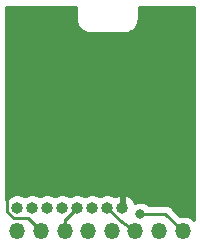
<source format=gbr>
G04 #@! TF.GenerationSoftware,KiCad,Pcbnew,(5.1.5-0-10_14)*
G04 #@! TF.CreationDate,2021-03-23T14:19:29+01:00*
G04 #@! TF.ProjectId,eByteAdapter,65427974-6541-4646-9170-7465722e6b69,rev?*
G04 #@! TF.SameCoordinates,Original*
G04 #@! TF.FileFunction,Copper,L2,Bot*
G04 #@! TF.FilePolarity,Positive*
%FSLAX46Y46*%
G04 Gerber Fmt 4.6, Leading zero omitted, Abs format (unit mm)*
G04 Created by KiCad (PCBNEW (5.1.5-0-10_14)) date 2021-03-23 14:19:29*
%MOMM*%
%LPD*%
G04 APERTURE LIST*
%ADD10O,1.350000X1.350000*%
%ADD11O,1.000000X1.000000*%
%ADD12C,0.800000*%
%ADD13C,0.250000*%
%ADD14C,0.254000*%
G04 APERTURE END LIST*
D10*
X28000000Y-37000000D03*
X30000000Y-37000000D03*
X32000000Y-37000000D03*
X34000000Y-37000000D03*
X36000000Y-37000000D03*
X38000000Y-37000000D03*
X40000000Y-37000000D03*
X42000000Y-37000000D03*
D11*
X28000000Y-35000000D03*
X29270000Y-35000000D03*
X30540000Y-35000000D03*
X31810000Y-35000000D03*
X33080000Y-35000000D03*
X34350000Y-35000000D03*
X35620000Y-35000000D03*
X36890000Y-35000000D03*
D12*
X27500000Y-20000000D03*
X27500000Y-22500000D03*
X27500000Y-27500000D03*
X27500000Y-30000000D03*
X32500000Y-30000000D03*
X37500000Y-30000000D03*
X42500000Y-30000000D03*
X42500000Y-27500000D03*
X42500000Y-22500000D03*
X32500000Y-25000000D03*
X37500000Y-25000000D03*
X38413000Y-35529700D03*
D13*
X27162600Y-34596100D02*
X27162600Y-35340700D01*
X27162600Y-35340700D02*
X27698200Y-35876300D01*
X27698200Y-35876300D02*
X28876300Y-35876300D01*
X28876300Y-35876300D02*
X30000000Y-37000000D01*
X27162600Y-34596100D02*
X27162600Y-33337400D01*
X35620000Y-35000000D02*
X36900000Y-36200000D01*
X36900000Y-36200000D02*
X38000000Y-37000000D01*
X32000000Y-37000000D02*
X32000000Y-35999700D01*
X33080000Y-35000000D02*
X32080300Y-35999700D01*
X32080300Y-35999700D02*
X32000000Y-35999700D01*
X38413000Y-35529700D02*
X40529700Y-35529700D01*
X40529700Y-35529700D02*
X42000000Y-37000000D01*
D14*
G36*
X32940001Y-19032419D02*
G01*
X32942756Y-19060394D01*
X32942731Y-19064005D01*
X32943630Y-19073177D01*
X32955870Y-19189634D01*
X32967900Y-19248240D01*
X32979107Y-19306992D01*
X32981771Y-19315814D01*
X33016398Y-19427676D01*
X33039578Y-19482819D01*
X33061986Y-19538282D01*
X33066312Y-19546418D01*
X33122007Y-19649425D01*
X33155443Y-19698995D01*
X33188215Y-19749077D01*
X33194040Y-19756218D01*
X33268682Y-19846444D01*
X33311116Y-19888582D01*
X33352978Y-19931331D01*
X33360078Y-19937204D01*
X33450824Y-20011215D01*
X33500620Y-20044299D01*
X33550008Y-20078116D01*
X33558114Y-20082498D01*
X33661507Y-20137474D01*
X33716799Y-20160263D01*
X33771795Y-20183835D01*
X33780598Y-20186559D01*
X33892700Y-20220404D01*
X33951365Y-20232020D01*
X34009889Y-20244460D01*
X34019054Y-20245423D01*
X34135595Y-20256850D01*
X34135598Y-20256850D01*
X34167581Y-20260000D01*
X37032419Y-20260000D01*
X37060403Y-20257244D01*
X37064005Y-20257269D01*
X37073177Y-20256370D01*
X37189634Y-20244130D01*
X37248240Y-20232100D01*
X37306992Y-20220893D01*
X37315814Y-20218229D01*
X37427676Y-20183602D01*
X37482819Y-20160422D01*
X37538282Y-20138014D01*
X37546418Y-20133688D01*
X37649425Y-20077993D01*
X37698995Y-20044557D01*
X37749077Y-20011785D01*
X37756218Y-20005960D01*
X37846444Y-19931318D01*
X37888582Y-19888884D01*
X37931331Y-19847022D01*
X37937204Y-19839922D01*
X38011215Y-19749176D01*
X38044299Y-19699380D01*
X38078116Y-19649992D01*
X38082498Y-19641886D01*
X38137474Y-19538493D01*
X38160263Y-19483201D01*
X38183835Y-19428205D01*
X38186559Y-19419402D01*
X38220404Y-19307300D01*
X38232020Y-19248635D01*
X38244460Y-19190111D01*
X38245423Y-19180946D01*
X38256850Y-19064405D01*
X38256850Y-19064402D01*
X38260000Y-19032419D01*
X38260000Y-18060000D01*
X42940001Y-18060000D01*
X42940000Y-36087379D01*
X42835077Y-35982456D01*
X42620518Y-35839093D01*
X42382113Y-35740342D01*
X42129024Y-35690000D01*
X41870976Y-35690000D01*
X41782417Y-35707615D01*
X41093504Y-35018703D01*
X41069701Y-34989699D01*
X40953976Y-34894726D01*
X40821947Y-34824154D01*
X40678686Y-34780697D01*
X40567033Y-34769700D01*
X40567022Y-34769700D01*
X40529700Y-34766024D01*
X40492378Y-34769700D01*
X39116711Y-34769700D01*
X39072774Y-34725763D01*
X38903256Y-34612495D01*
X38714898Y-34534474D01*
X38514939Y-34494700D01*
X38311061Y-34494700D01*
X38111102Y-34534474D01*
X37947263Y-34602339D01*
X37904210Y-34490471D01*
X37785318Y-34302399D01*
X37632020Y-34141135D01*
X37450206Y-34012877D01*
X37246864Y-33922554D01*
X37191874Y-33905881D01*
X37017000Y-34032046D01*
X37017000Y-34873000D01*
X37037000Y-34873000D01*
X37037000Y-35127000D01*
X37017000Y-35127000D01*
X37017000Y-35147000D01*
X36888006Y-35147000D01*
X36755000Y-35022307D01*
X36755000Y-34888212D01*
X36751974Y-34873000D01*
X36763000Y-34873000D01*
X36763000Y-34032046D01*
X36588126Y-33905881D01*
X36533136Y-33922554D01*
X36329794Y-34012877D01*
X36259658Y-34062353D01*
X36157624Y-33994176D01*
X35951067Y-33908617D01*
X35731788Y-33865000D01*
X35508212Y-33865000D01*
X35288933Y-33908617D01*
X35082376Y-33994176D01*
X34985000Y-34059241D01*
X34887624Y-33994176D01*
X34681067Y-33908617D01*
X34461788Y-33865000D01*
X34238212Y-33865000D01*
X34018933Y-33908617D01*
X33812376Y-33994176D01*
X33715000Y-34059241D01*
X33617624Y-33994176D01*
X33411067Y-33908617D01*
X33191788Y-33865000D01*
X32968212Y-33865000D01*
X32748933Y-33908617D01*
X32542376Y-33994176D01*
X32445000Y-34059241D01*
X32347624Y-33994176D01*
X32141067Y-33908617D01*
X31921788Y-33865000D01*
X31698212Y-33865000D01*
X31478933Y-33908617D01*
X31272376Y-33994176D01*
X31175000Y-34059241D01*
X31077624Y-33994176D01*
X30871067Y-33908617D01*
X30651788Y-33865000D01*
X30428212Y-33865000D01*
X30208933Y-33908617D01*
X30002376Y-33994176D01*
X29905000Y-34059241D01*
X29807624Y-33994176D01*
X29601067Y-33908617D01*
X29381788Y-33865000D01*
X29158212Y-33865000D01*
X28938933Y-33908617D01*
X28732376Y-33994176D01*
X28635000Y-34059241D01*
X28537624Y-33994176D01*
X28331067Y-33908617D01*
X28111788Y-33865000D01*
X27888212Y-33865000D01*
X27668933Y-33908617D01*
X27462376Y-33994176D01*
X27276480Y-34118388D01*
X27118388Y-34276480D01*
X27060000Y-34363864D01*
X27060000Y-18060000D01*
X32940000Y-18060000D01*
X32940001Y-19032419D01*
G37*
X32940001Y-19032419D02*
X32942756Y-19060394D01*
X32942731Y-19064005D01*
X32943630Y-19073177D01*
X32955870Y-19189634D01*
X32967900Y-19248240D01*
X32979107Y-19306992D01*
X32981771Y-19315814D01*
X33016398Y-19427676D01*
X33039578Y-19482819D01*
X33061986Y-19538282D01*
X33066312Y-19546418D01*
X33122007Y-19649425D01*
X33155443Y-19698995D01*
X33188215Y-19749077D01*
X33194040Y-19756218D01*
X33268682Y-19846444D01*
X33311116Y-19888582D01*
X33352978Y-19931331D01*
X33360078Y-19937204D01*
X33450824Y-20011215D01*
X33500620Y-20044299D01*
X33550008Y-20078116D01*
X33558114Y-20082498D01*
X33661507Y-20137474D01*
X33716799Y-20160263D01*
X33771795Y-20183835D01*
X33780598Y-20186559D01*
X33892700Y-20220404D01*
X33951365Y-20232020D01*
X34009889Y-20244460D01*
X34019054Y-20245423D01*
X34135595Y-20256850D01*
X34135598Y-20256850D01*
X34167581Y-20260000D01*
X37032419Y-20260000D01*
X37060403Y-20257244D01*
X37064005Y-20257269D01*
X37073177Y-20256370D01*
X37189634Y-20244130D01*
X37248240Y-20232100D01*
X37306992Y-20220893D01*
X37315814Y-20218229D01*
X37427676Y-20183602D01*
X37482819Y-20160422D01*
X37538282Y-20138014D01*
X37546418Y-20133688D01*
X37649425Y-20077993D01*
X37698995Y-20044557D01*
X37749077Y-20011785D01*
X37756218Y-20005960D01*
X37846444Y-19931318D01*
X37888582Y-19888884D01*
X37931331Y-19847022D01*
X37937204Y-19839922D01*
X38011215Y-19749176D01*
X38044299Y-19699380D01*
X38078116Y-19649992D01*
X38082498Y-19641886D01*
X38137474Y-19538493D01*
X38160263Y-19483201D01*
X38183835Y-19428205D01*
X38186559Y-19419402D01*
X38220404Y-19307300D01*
X38232020Y-19248635D01*
X38244460Y-19190111D01*
X38245423Y-19180946D01*
X38256850Y-19064405D01*
X38256850Y-19064402D01*
X38260000Y-19032419D01*
X38260000Y-18060000D01*
X42940001Y-18060000D01*
X42940000Y-36087379D01*
X42835077Y-35982456D01*
X42620518Y-35839093D01*
X42382113Y-35740342D01*
X42129024Y-35690000D01*
X41870976Y-35690000D01*
X41782417Y-35707615D01*
X41093504Y-35018703D01*
X41069701Y-34989699D01*
X40953976Y-34894726D01*
X40821947Y-34824154D01*
X40678686Y-34780697D01*
X40567033Y-34769700D01*
X40567022Y-34769700D01*
X40529700Y-34766024D01*
X40492378Y-34769700D01*
X39116711Y-34769700D01*
X39072774Y-34725763D01*
X38903256Y-34612495D01*
X38714898Y-34534474D01*
X38514939Y-34494700D01*
X38311061Y-34494700D01*
X38111102Y-34534474D01*
X37947263Y-34602339D01*
X37904210Y-34490471D01*
X37785318Y-34302399D01*
X37632020Y-34141135D01*
X37450206Y-34012877D01*
X37246864Y-33922554D01*
X37191874Y-33905881D01*
X37017000Y-34032046D01*
X37017000Y-34873000D01*
X37037000Y-34873000D01*
X37037000Y-35127000D01*
X37017000Y-35127000D01*
X37017000Y-35147000D01*
X36888006Y-35147000D01*
X36755000Y-35022307D01*
X36755000Y-34888212D01*
X36751974Y-34873000D01*
X36763000Y-34873000D01*
X36763000Y-34032046D01*
X36588126Y-33905881D01*
X36533136Y-33922554D01*
X36329794Y-34012877D01*
X36259658Y-34062353D01*
X36157624Y-33994176D01*
X35951067Y-33908617D01*
X35731788Y-33865000D01*
X35508212Y-33865000D01*
X35288933Y-33908617D01*
X35082376Y-33994176D01*
X34985000Y-34059241D01*
X34887624Y-33994176D01*
X34681067Y-33908617D01*
X34461788Y-33865000D01*
X34238212Y-33865000D01*
X34018933Y-33908617D01*
X33812376Y-33994176D01*
X33715000Y-34059241D01*
X33617624Y-33994176D01*
X33411067Y-33908617D01*
X33191788Y-33865000D01*
X32968212Y-33865000D01*
X32748933Y-33908617D01*
X32542376Y-33994176D01*
X32445000Y-34059241D01*
X32347624Y-33994176D01*
X32141067Y-33908617D01*
X31921788Y-33865000D01*
X31698212Y-33865000D01*
X31478933Y-33908617D01*
X31272376Y-33994176D01*
X31175000Y-34059241D01*
X31077624Y-33994176D01*
X30871067Y-33908617D01*
X30651788Y-33865000D01*
X30428212Y-33865000D01*
X30208933Y-33908617D01*
X30002376Y-33994176D01*
X29905000Y-34059241D01*
X29807624Y-33994176D01*
X29601067Y-33908617D01*
X29381788Y-33865000D01*
X29158212Y-33865000D01*
X28938933Y-33908617D01*
X28732376Y-33994176D01*
X28635000Y-34059241D01*
X28537624Y-33994176D01*
X28331067Y-33908617D01*
X28111788Y-33865000D01*
X27888212Y-33865000D01*
X27668933Y-33908617D01*
X27462376Y-33994176D01*
X27276480Y-34118388D01*
X27118388Y-34276480D01*
X27060000Y-34363864D01*
X27060000Y-18060000D01*
X32940000Y-18060000D01*
X32940001Y-19032419D01*
M02*

</source>
